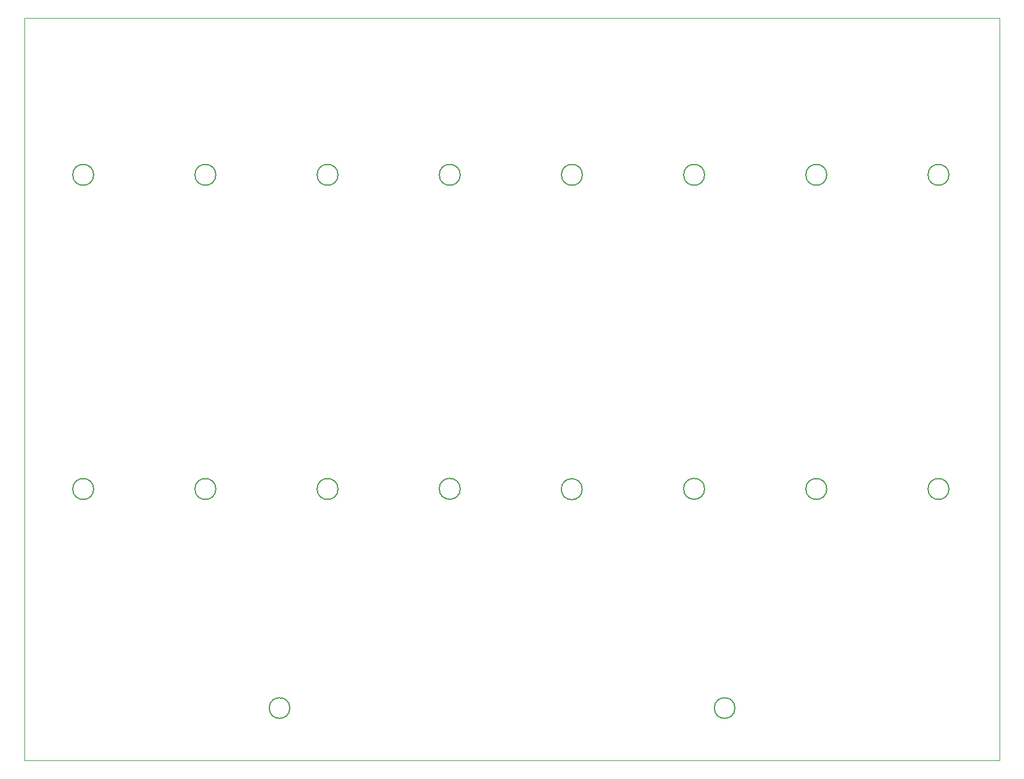
<source format=gbr>
G04 #@! TF.GenerationSoftware,KiCad,Pcbnew,(5.0.1-3-g963ef8bb5)*
G04 #@! TF.CreationDate,2020-08-17T13:32:48-04:00*
G04 #@! TF.ProjectId,Wave_Pool CV Input,576176655F506F6F6C20435620496E70,rev?*
G04 #@! TF.SameCoordinates,Original*
G04 #@! TF.FileFunction,Profile,NP*
%FSLAX46Y46*%
G04 Gerber Fmt 4.6, Leading zero omitted, Abs format (unit mm)*
G04 Created by KiCad (PCBNEW (5.0.1-3-g963ef8bb5)) date Monday, August 17, 2020 at 01:32:48 PM*
%MOMM*%
%LPD*%
G01*
G04 APERTURE LIST*
%ADD10C,0.200000*%
%ADD11C,0.010000*%
G04 APERTURE END LIST*
D10*
X169395000Y-141380000D02*
G75*
G03X169395000Y-141380000I-1500000J0D01*
G01*
X104625000Y-141380000D02*
G75*
G03X104625000Y-141380000I-1500000J0D01*
G01*
D11*
X66000000Y-149000000D02*
X207900000Y-149000000D01*
D10*
X200534107Y-63783000D02*
G75*
G03X200534107Y-63783000I-1524107J0D01*
G01*
X182754107Y-63783000D02*
G75*
G03X182754107Y-63783000I-1524107J0D01*
G01*
X164974107Y-63783000D02*
G75*
G03X164974107Y-63783000I-1524107J0D01*
G01*
X147194107Y-63783000D02*
G75*
G03X147194107Y-63783000I-1524107J0D01*
G01*
X129414107Y-63783000D02*
G75*
G03X129414107Y-63783000I-1524107J0D01*
G01*
X111634107Y-63783000D02*
G75*
G03X111634107Y-63783000I-1524107J0D01*
G01*
X93854107Y-63783000D02*
G75*
G03X93854107Y-63783000I-1524107J0D01*
G01*
X76074107Y-63783000D02*
G75*
G03X76074107Y-63783000I-1524107J0D01*
G01*
X200534107Y-109503000D02*
G75*
G03X200534107Y-109503000I-1524107J0D01*
G01*
X182754107Y-109503000D02*
G75*
G03X182754107Y-109503000I-1524107J0D01*
G01*
X111634107Y-109503000D02*
G75*
G03X111634107Y-109503000I-1524107J0D01*
G01*
X164974107Y-109477600D02*
G75*
G03X164974107Y-109477600I-1524107J0D01*
G01*
X147168707Y-109528400D02*
G75*
G03X147168707Y-109528400I-1524107J0D01*
G01*
X129414107Y-109477600D02*
G75*
G03X129414107Y-109477600I-1524107J0D01*
G01*
X93854107Y-109503000D02*
G75*
G03X93854107Y-109503000I-1524107J0D01*
G01*
X76074213Y-109503000D02*
G75*
G03X76074213Y-109503000I-1524107J0D01*
G01*
D11*
X66000000Y-41000000D02*
X66000000Y-149000000D01*
X66000000Y-41000000D02*
X207900000Y-41000000D01*
X207900000Y-149000000D02*
X207900000Y-41000000D01*
M02*

</source>
